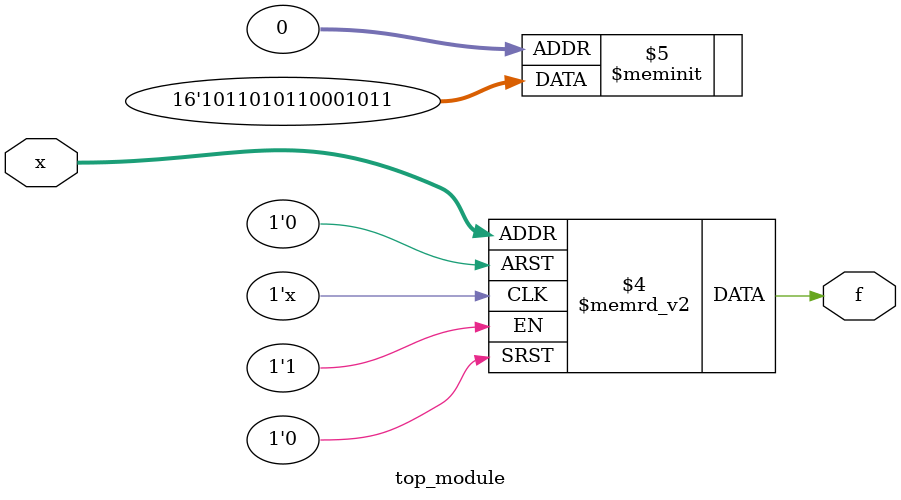
<source format=sv>
module top_module (
    input [4:1] x,
    output logic f
);

always_comb begin
    case ({x[4], x[3], x[2], x[1]})
        4'b0000: f = 1'b1;
        4'b0001: f = 1'b1;
        4'b0010: f = 1'b0;
        4'b0011: f = 1'b1;
        4'b0100: f = 1'b0;
        4'b0101: f = 1'b0;
        4'b0110: f = 1'b0;
        4'b0111: f = 1'b1;
        4'b1000: f = 1'b1;
        4'b1001: f = 1'b0;
        4'b1010: f = 1'b1;
        4'b1011: f = 1'b0;
        4'b1100: f = 1'b1;
        4'b1101: f = 1'b1;
        4'b1110: f = 1'b0;
        4'b1111: f = 1'b1;
    endcase
end

endmodule

</source>
